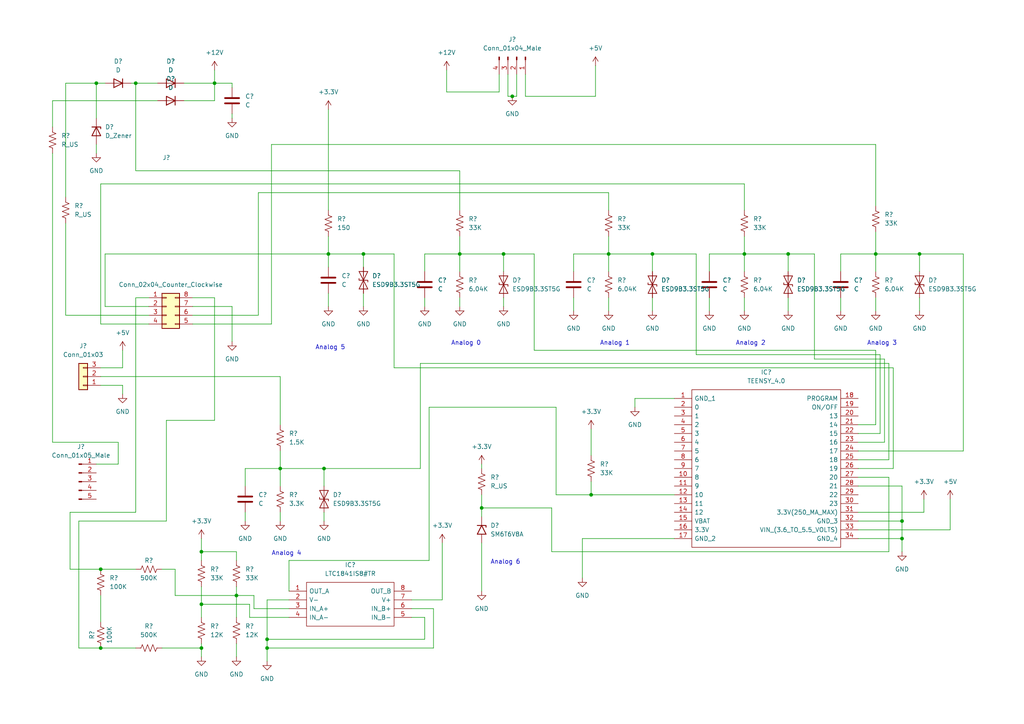
<source format=kicad_sch>
(kicad_sch (version 20211123) (generator eeschema)
  (paper "A4")
  (lib_symbols
    (symbol "Connector:Conn_01x04_Male" (pin_names (offset 1.016) hide)
      (property "Reference" "J" (at 0 5.08 0))
      (property "Value" "Conn_01x04_Male" (at 0 -7.62 0))
      (symbol "Conn_01x04_Male_1_1"
        (polyline (pts (xy 1.27 -5.08) (xy 0.8636 -5.08)) (stroke (width 0.1524)))
        (polyline (pts (xy 1.27 -2.54) (xy 0.8636 -2.54)) (stroke (width 0.1524)))
        (polyline (pts (xy 1.27 0) (xy 0.8636 0)) (stroke (width 0.1524)))
        (polyline (pts (xy 1.27 2.54) (xy 0.8636 2.54)) (stroke (width 0.1524)))
        (rectangle (start 0.8636 -4.953) (end 0 -5.207) (stroke (width 0.1524)) (fill (type outline)))
        (rectangle (start 0.8636 -2.413) (end 0 -2.667) (stroke (width 0.1524)) (fill (type outline)))
        (rectangle (start 0.8636 0.127) (end 0 -0.127) (stroke (width 0.1524)) (fill (type outline)))
        (rectangle (start 0.8636 2.667) (end 0 2.413) (stroke (width 0.1524)) (fill (type outline)))
        (pin passive line (at 5.08 2.54 180) (length 3.81) (name "Pin_1") (number "1"))
        (pin passive line (at 5.08 0 180) (length 3.81) (name "Pin_2") (number "2"))
        (pin passive line (at 5.08 -2.54 180) (length 3.81) (name "Pin_3") (number "3"))
        (pin passive line (at 5.08 -5.08 180) (length 3.81) (name "Pin_4") (number "4"))
      )
    )
    (symbol "Connector:Conn_01x05_Male" (pin_names (offset 1.016) hide)
      (property "Reference" "J" (at 0 7.62 0))
      (property "Value" "Conn_01x05_Male" (at 0 -7.62 0))
      (symbol "Conn_01x05_Male_1_1"
        (polyline (pts (xy 1.27 -5.08) (xy 0.8636 -5.08)) (stroke (width 0.1524)))
        (polyline (pts (xy 1.27 -2.54) (xy 0.8636 -2.54)) (stroke (width 0.1524)))
        (polyline (pts (xy 1.27 0) (xy 0.8636 0)) (stroke (width 0.1524)))
        (polyline (pts (xy 1.27 2.54) (xy 0.8636 2.54)) (stroke (width 0.1524)))
        (polyline (pts (xy 1.27 5.08) (xy 0.8636 5.08)) (stroke (width 0.1524)))
        (rectangle (start 0.8636 -4.953) (end 0 -5.207) (stroke (width 0.1524)) (fill (type outline)))
        (rectangle (start 0.8636 -2.413) (end 0 -2.667) (stroke (width 0.1524)) (fill (type outline)))
        (rectangle (start 0.8636 0.127) (end 0 -0.127) (stroke (width 0.1524)) (fill (type outline)))
        (rectangle (start 0.8636 2.667) (end 0 2.413) (stroke (width 0.1524)) (fill (type outline)))
        (rectangle (start 0.8636 5.207) (end 0 4.953) (stroke (width 0.1524)) (fill (type outline)))
        (pin passive line (at 5.08 5.08 180) (length 3.81) (name "Pin_1") (number "1"))
        (pin passive line (at 5.08 2.54 180) (length 3.81) (name "Pin_2") (number "2"))
        (pin passive line (at 5.08 0 180) (length 3.81) (name "Pin_3") (number "3"))
        (pin passive line (at 5.08 -2.54 180) (length 3.81) (name "Pin_4") (number "4"))
        (pin passive line (at 5.08 -5.08 180) (length 3.81) (name "Pin_5") (number "5"))
      )
    )
    (symbol "Connector_Generic:Conn_01x03" (pin_names (offset 1.016) hide)
      (property "Reference" "J" (at 0 5.08 0))
      (property "Value" "Conn_01x03" (at 0 -5.08 0))
      (symbol "Conn_01x03_1_1"
        (rectangle (start -1.27 -2.413) (end 0 -2.667) (stroke (width 0.1524)))
        (rectangle (start -1.27 0.127) (end 0 -0.127) (stroke (width 0.1524)))
        (rectangle (start -1.27 2.667) (end 0 2.413) (stroke (width 0.1524)))
        (rectangle (start -1.27 3.81) (end 1.27 -3.81) (stroke (width 0.254)) (fill (type background)))
        (pin passive line (at -5.08 2.54 0) (length 3.81) (name "Pin_1") (number "1"))
        (pin passive line (at -5.08 0 0) (length 3.81) (name "Pin_2") (number "2"))
        (pin passive line (at -5.08 -2.54 0) (length 3.81) (name "Pin_3") (number "3"))
      )
    )
    (symbol "Connector_Generic:Conn_02x04_Counter_Clockwise" (pin_names (offset 1.016) hide)
      (property "Reference" "J" (at 1.27 5.08 0))
      (property "Value" "Conn_02x04_Counter_Clockwise" (at 1.27 -7.62 0))
      (symbol "Conn_02x04_Counter_Clockwise_1_1"
        (rectangle (start -1.27 -4.953) (end 0 -5.207) (stroke (width 0.1524)))
        (rectangle (start -1.27 -2.413) (end 0 -2.667) (stroke (width 0.1524)))
        (rectangle (start -1.27 0.127) (end 0 -0.127) (stroke (width 0.1524)))
        (rectangle (start -1.27 2.667) (end 0 2.413) (stroke (width 0.1524)))
        (rectangle (start -1.27 3.81) (end 3.81 -6.35) (stroke (width 0.254)) (fill (type background)))
        (rectangle (start 3.81 -4.953) (end 2.54 -5.207) (stroke (width 0.1524)))
        (rectangle (start 3.81 -2.413) (end 2.54 -2.667) (stroke (width 0.1524)))
        (rectangle (start 3.81 0.127) (end 2.54 -0.127) (stroke (width 0.1524)))
        (rectangle (start 3.81 2.667) (end 2.54 2.413) (stroke (width 0.1524)))
        (pin passive line (at -5.08 2.54 0) (length 3.81) (name "Pin_1") (number "1"))
        (pin passive line (at -5.08 0 0) (length 3.81) (name "Pin_2") (number "2"))
        (pin passive line (at -5.08 -2.54 0) (length 3.81) (name "Pin_3") (number "3"))
        (pin passive line (at -5.08 -5.08 0) (length 3.81) (name "Pin_4") (number "4"))
        (pin passive line (at 7.62 -5.08 180) (length 3.81) (name "Pin_5") (number "5"))
        (pin passive line (at 7.62 -2.54 180) (length 3.81) (name "Pin_6") (number "6"))
        (pin passive line (at 7.62 0 180) (length 3.81) (name "Pin_7") (number "7"))
        (pin passive line (at 7.62 2.54 180) (length 3.81) (name "Pin_8") (number "8"))
      )
    )
    (symbol "Device:C" (pin_numbers hide) (pin_names (offset 0.254))
      (property "Reference" "C" (at 0.635 2.54 0))
      (property "Value" "C" (at 0.635 -2.54 0))
      (symbol "C_0_1"
        (polyline (pts (xy -2.032 -0.762) (xy 2.032 -0.762)) (stroke (width 0.508)))
        (polyline (pts (xy -2.032 0.762) (xy 2.032 0.762)) (stroke (width 0.508)))
      )
      (symbol "C_1_1"
        (pin passive line (at 0 3.81 270) (length 2.794) (name "~") (number "1"))
        (pin passive line (at 0 -3.81 90) (length 2.794) (name "~") (number "2"))
      )
    )
    (symbol "Device:D" (pin_numbers hide) (pin_names (offset 1.016) hide)
      (property "Reference" "D" (at 0 2.54 0))
      (property "Value" "D" (at 0 -2.54 0))
      (symbol "D_0_1"
        (polyline (pts (xy -1.27 1.27) (xy -1.27 -1.27)) (stroke (width 0.254)))
        (polyline (pts (xy 1.27 0) (xy -1.27 0)))
        (polyline (pts (xy 1.27 1.27) (xy 1.27 -1.27) (xy -1.27 0) (xy 1.27 1.27)) (stroke (width 0.254)))
      )
      (symbol "D_1_1"
        (pin passive line (at -3.81 0 0) (length 2.54) (name "K") (number "1"))
        (pin passive line (at 3.81 0 180) (length 2.54) (name "A") (number "2"))
      )
    )
    (symbol "Device:D_Zener" (pin_numbers hide) (pin_names (offset 1.016) hide)
      (property "Reference" "D" (at 0 2.54 0))
      (property "Value" "D_Zener" (at 0 -2.54 0))
      (symbol "D_Zener_0_1"
        (polyline (pts (xy 1.27 0) (xy -1.27 0)))
        (polyline (pts (xy -1.27 -1.27) (xy -1.27 1.27) (xy -0.762 1.27)) (stroke (width 0.254)))
        (polyline (pts (xy 1.27 -1.27) (xy 1.27 1.27) (xy -1.27 0) (xy 1.27 -1.27)) (stroke (width 0.254)))
      )
      (symbol "D_Zener_1_1"
        (pin passive line (at -3.81 0 0) (length 2.54) (name "K") (number "1"))
        (pin passive line (at 3.81 0 180) (length 2.54) (name "A") (number "2"))
      )
    )
    (symbol "Device:R_US" (pin_numbers hide) (pin_names (offset 0))
      (property "Reference" "R" (at 2.54 0 90))
      (property "Value" "R_US" (at -2.54 0 90))
      (symbol "R_US_0_1"
        (polyline (pts (xy 0 -2.286) (xy 0 -2.54)))
        (polyline (pts (xy 0 2.286) (xy 0 2.54)))
        (polyline (pts (xy 0 -0.762) (xy 1.016 -1.143) (xy 0 -1.524) (xy -1.016 -1.905) (xy 0 -2.286)))
        (polyline (pts (xy 0 0.762) (xy 1.016 0.381) (xy 0 0) (xy -1.016 -0.381) (xy 0 -0.762)))
        (polyline (pts (xy 0 2.286) (xy 1.016 1.905) (xy 0 1.524) (xy -1.016 1.143) (xy 0 0.762)))
      )
      (symbol "R_US_1_1"
        (pin passive line (at 0 3.81 270) (length 1.27) (name "~") (number "1"))
        (pin passive line (at 0 -3.81 90) (length 1.27) (name "~") (number "2"))
      )
    )
    (symbol "Diode:ESD9B3.3ST5G" (pin_numbers hide) (pin_names (offset 1.016) hide)
      (property "Reference" "D" (at 0 2.54 0))
      (property "Value" "ESD9B3.3ST5G" (at 0 -2.54 0))
      (symbol "ESD9B3.3ST5G_0_1"
        (polyline (pts (xy 1.27 0) (xy -1.27 0)))
        (polyline (pts (xy -2.54 -1.27) (xy 0 0) (xy -2.54 1.27) (xy -2.54 -1.27)) (stroke (width 0.2032)))
        (polyline (pts (xy 0.508 1.27) (xy 0 1.27) (xy 0 -1.27) (xy -0.508 -1.27)) (stroke (width 0.2032)))
        (polyline (pts (xy 2.54 1.27) (xy 2.54 -1.27) (xy 0 0) (xy 2.54 1.27)) (stroke (width 0.2032)))
      )
      (symbol "ESD9B3.3ST5G_1_1"
        (pin passive line (at -3.81 0 0) (length 2.54) (name "A1") (number "1"))
        (pin passive line (at 3.81 0 180) (length 2.54) (name "A2") (number "2"))
      )
    )
    (symbol "Diode:SM6T6V8A" (pin_numbers hide) (pin_names (offset 1.016) hide)
      (property "Reference" "D" (at 0 2.54 0))
      (property "Value" "SM6T6V8A" (at 0 -2.54 0))
      (symbol "SM6T6V8A_0_1"
        (polyline (pts (xy -0.762 1.27) (xy -1.27 1.27) (xy -1.27 -1.27)) (stroke (width 0.254)))
        (polyline (pts (xy 1.27 1.27) (xy 1.27 -1.27) (xy -1.27 0) (xy 1.27 1.27)) (stroke (width 0.254)))
      )
      (symbol "SM6T6V8A_1_1"
        (pin passive line (at -3.81 0 0) (length 2.54) (name "A1") (number "1"))
        (pin passive line (at 3.81 0 180) (length 2.54) (name "A2") (number "2"))
      )
    )
    (symbol "SamacSys_Parts:LTC1841IS8#TR" (pin_names (offset 0.762))
      (property "Reference" "IC" (at 31.75 7.62 0))
      (property "Value" "LTC1841IS8#TR" (at 31.75 5.08 0))
      (symbol "LTC1841IS8#TR_0_0"
        (pin passive line (at 0 0 0) (length 5.08) (name "OUT_A") (number "1"))
        (pin passive line (at 0 -2.54 0) (length 5.08) (name "V-") (number "2"))
        (pin passive line (at 0 -5.08 0) (length 5.08) (name "IN_A+") (number "3"))
        (pin passive line (at 0 -7.62 0) (length 5.08) (name "IN_A-") (number "4"))
        (pin passive line (at 35.56 -7.62 180) (length 5.08) (name "IN_B-") (number "5"))
        (pin passive line (at 35.56 -5.08 180) (length 5.08) (name "IN_B+") (number "6"))
        (pin passive line (at 35.56 -2.54 180) (length 5.08) (name "V+") (number "7"))
        (pin passive line (at 35.56 0 180) (length 5.08) (name "OUT_B") (number "8"))
      )
      (symbol "LTC1841IS8#TR_0_1"
        (polyline (pts (xy 5.08 2.54) (xy 30.48 2.54) (xy 30.48 -10.16) (xy 5.08 -10.16) (xy 5.08 2.54)) (stroke (width 0.1524)))
      )
    )
    (symbol "SamacSys_Parts:TEENSY_4.0" (pin_names (offset 0.762))
      (property "Reference" "IC" (at 49.53 7.62 0))
      (property "Value" "TEENSY_4.0" (at 49.53 5.08 0))
      (symbol "TEENSY_4.0_0_0"
        (pin passive line (at 0 0 0) (length 5.08) (name "GND_1") (number "1"))
        (pin passive line (at 0 -22.86 0) (length 5.08) (name "8") (number "10"))
        (pin passive line (at 0 -25.4 0) (length 5.08) (name "9") (number "11"))
        (pin passive line (at 0 -27.94 0) (length 5.08) (name "10") (number "12"))
        (pin passive line (at 0 -30.48 0) (length 5.08) (name "11") (number "13"))
        (pin passive line (at 0 -33.02 0) (length 5.08) (name "12") (number "14"))
        (pin passive line (at 0 -35.56 0) (length 5.08) (name "VBAT") (number "15"))
        (pin passive line (at 0 -38.1 0) (length 5.08) (name "3.3V") (number "16"))
        (pin passive line (at 0 -40.64 0) (length 5.08) (name "GND_2") (number "17"))
        (pin passive line (at 53.34 0 180) (length 5.08) (name "PROGRAM") (number "18"))
        (pin passive line (at 53.34 -2.54 180) (length 5.08) (name "ON/OFF") (number "19"))
        (pin passive line (at 0 -2.54 0) (length 5.08) (name "0") (number "2"))
        (pin passive line (at 53.34 -5.08 180) (length 5.08) (name "13") (number "20"))
        (pin passive line (at 53.34 -7.62 180) (length 5.08) (name "14") (number "21"))
        (pin passive line (at 53.34 -10.16 180) (length 5.08) (name "15") (number "22"))
        (pin passive line (at 53.34 -12.7 180) (length 5.08) (name "16") (number "23"))
        (pin passive line (at 53.34 -15.24 180) (length 5.08) (name "17") (number "24"))
        (pin passive line (at 53.34 -17.78 180) (length 5.08) (name "18") (number "25"))
        (pin passive line (at 53.34 -20.32 180) (length 5.08) (name "19") (number "26"))
        (pin passive line (at 53.34 -22.86 180) (length 5.08) (name "20") (number "27"))
        (pin passive line (at 53.34 -25.4 180) (length 5.08) (name "21") (number "28"))
        (pin passive line (at 53.34 -27.94 180) (length 5.08) (name "22") (number "29"))
        (pin passive line (at 0 -5.08 0) (length 5.08) (name "1") (number "3"))
        (pin passive line (at 53.34 -30.48 180) (length 5.08) (name "23") (number "30"))
        (pin passive line (at 53.34 -33.02 180) (length 5.08) (name "3.3V(250_MA_MAX)") (number "31"))
        (pin passive line (at 53.34 -35.56 180) (length 5.08) (name "GND_3") (number "32"))
        (pin passive line (at 53.34 -38.1 180) (length 5.08) (name "VIN_(3.6_TO_5.5_VOLTS)") (number "33"))
        (pin passive line (at 53.34 -40.64 180) (length 5.08) (name "GND_4") (number "34"))
        (pin passive line (at 0 -7.62 0) (length 5.08) (name "2") (number "4"))
        (pin passive line (at 0 -10.16 0) (length 5.08) (name "3") (number "5"))
        (pin passive line (at 0 -12.7 0) (length 5.08) (name "4") (number "6"))
        (pin passive line (at 0 -15.24 0) (length 5.08) (name "5") (number "7"))
        (pin passive line (at 0 -17.78 0) (length 5.08) (name "6") (number "8"))
        (pin passive line (at 0 -20.32 0) (length 5.08) (name "7") (number "9"))
      )
      (symbol "TEENSY_4.0_0_1"
        (polyline (pts (xy 5.08 2.54) (xy 48.26 2.54) (xy 48.26 -43.18) (xy 5.08 -43.18) (xy 5.08 2.54)) (stroke (width 0.1524)))
      )
    )
    (symbol "power:+12V" (power) (pin_names (offset 0))
      (property "Value" "+12V" (at 0 3.556 0))
      (symbol "+12V_0_1"
        (polyline (pts (xy -0.762 1.27) (xy 0 2.54)))
        (polyline (pts (xy 0 0) (xy 0 2.54)))
        (polyline (pts (xy 0 2.54) (xy 0.762 1.27)))
      )
      (symbol "+12V_1_1"
        (pin power_in line (at 0 0 90) (length 0) hide (name "+12V") (number "1"))
      )
    )
    (symbol "power:+3.3V" (power) (pin_names (offset 0))
      (property "Value" "+3.3V" (at 0 3.556 0))
      (symbol "+3.3V_0_1"
        (polyline (pts (xy -0.762 1.27) (xy 0 2.54)))
        (polyline (pts (xy 0 0) (xy 0 2.54)))
        (polyline (pts (xy 0 2.54) (xy 0.762 1.27)))
      )
      (symbol "+3.3V_1_1"
        (pin power_in line (at 0 0 90) (length 0) hide (name "+3.3V") (number "1"))
      )
    )
    (symbol "power:+5V" (power) (pin_names (offset 0))
      (property "Value" "+5V" (at 0 3.556 0))
      (symbol "+5V_0_1"
        (polyline (pts (xy -0.762 1.27) (xy 0 2.54)))
        (polyline (pts (xy 0 0) (xy 0 2.54)))
        (polyline (pts (xy 0 2.54) (xy 0.762 1.27)))
      )
      (symbol "+5V_1_1"
        (pin power_in line (at 0 0 90) (length 0) hide (name "+5V") (number "1"))
      )
    )
    (symbol "power:GND" (power) (pin_names (offset 0))
      (property "Value" "GND" (at 0 -3.81 0))
      (symbol "GND_0_1"
        (polyline (pts (xy 0 0) (xy 0 -1.27) (xy 1.27 -1.27) (xy 0 -2.54) (xy -1.27 -1.27) (xy 0 -1.27)))
      )
      (symbol "GND_1_1"
        (pin power_in line (at 0 0 270) (length 0) hide (name "GND") (number "1"))
      )
    )
  )
  (junction (at 171.45 143.51))
  (junction (at 228.6 73.66))
  (junction (at 29.21 165.1))
  (junction (at 148.59 27.94))
  (junction (at 58.42 160.02))
  (junction (at 105.41 73.66))
  (junction (at 261.62 151.13))
  (junction (at 146.05 73.66))
  (junction (at 176.53 73.66))
  (junction (at 39.37 24.13))
  (junction (at 27.94 24.13))
  (junction (at 62.23 24.13))
  (junction (at 133.35 73.66))
  (junction (at 58.42 175.26))
  (junction (at 77.47 185.42))
  (junction (at 254 73.66))
  (junction (at 81.28 135.89))
  (junction (at 266.7 73.66))
  (junction (at 58.42 187.96))
  (junction (at 215.9 73.66))
  (junction (at 139.7 147.32))
  (junction (at 189.23 73.66))
  (junction (at 29.21 187.96))
  (junction (at 68.58 172.72))
  (junction (at 95.25 73.66))
  (junction (at 261.62 156.21))
  (junction (at 93.98 135.89))
  (junction (at 77.47 187.96))
  (wire (pts (xy 129.54 26.67) (xy 129.54 20.32)))
  (wire (pts (xy 124.46 162.56) (xy 124.46 118.11)))
  (wire (pts (xy 146.05 73.66) (xy 133.35 73.66)))
  (wire (pts (xy 95.25 85.09) (xy 95.25 88.9)))
  (wire (pts (xy 62.23 86.36) (xy 55.88 86.36)))
  (wire (pts (xy 243.84 78.74) (xy 243.84 73.66)))
  (wire (pts (xy 68.58 172.72) (xy 68.58 179.07)))
  (wire (pts (xy 43.18 91.44) (xy 19.05 91.44)))
  (wire (pts (xy 43.18 93.98) (xy 29.21 93.98)))
  (wire (pts (xy 248.92 156.21) (xy 261.62 156.21)))
  (wire (pts (xy 168.91 156.21) (xy 168.91 167.64)))
  (wire (pts (xy 121.92 105.41) (xy 257.81 105.41)))
  (wire (pts (xy 95.25 31.75) (xy 95.25 60.96)))
  (wire (pts (xy 266.7 73.66) (xy 279.4 73.66)))
  (wire (pts (xy 215.9 73.66) (xy 215.9 78.74)))
  (wire (pts (xy 189.23 78.74) (xy 189.23 73.66)))
  (wire (pts (xy 29.21 187.96) (xy 22.86 187.96)))
  (wire (pts (xy 257.81 160.02) (xy 160.02 160.02)))
  (wire (pts (xy 29.21 106.68) (xy 35.56 106.68)))
  (wire (pts (xy 257.81 138.43) (xy 257.81 160.02)))
  (wire (pts (xy 77.47 173.99) (xy 77.47 185.42)))
  (wire (pts (xy 144.78 21.59) (xy 144.78 26.67)))
  (wire (pts (xy 254 101.6) (xy 254 123.19)))
  (wire (pts (xy 93.98 135.89) (xy 81.28 135.89)))
  (wire (pts (xy 46.99 165.1) (xy 50.8 165.1)))
  (wire (pts (xy 133.35 68.58) (xy 133.35 73.66)))
  (wire (pts (xy 39.37 86.36) (xy 39.37 148.59)))
  (wire (pts (xy 93.98 140.97) (xy 93.98 135.89)))
  (wire (pts (xy 261.62 140.97) (xy 261.62 151.13)))
  (wire (pts (xy 128.27 173.99) (xy 128.27 157.48)))
  (wire (pts (xy 43.18 86.36) (xy 39.37 86.36)))
  (wire (pts (xy 35.56 111.76) (xy 35.56 114.3)))
  (wire (pts (xy 166.37 86.36) (xy 166.37 90.17)))
  (wire (pts (xy 30.48 88.9) (xy 30.48 73.66)))
  (wire (pts (xy 29.21 93.98) (xy 29.21 53.34)))
  (wire (pts (xy 39.37 24.13) (xy 45.72 24.13)))
  (wire (pts (xy 266.7 86.36) (xy 266.7 90.17)))
  (wire (pts (xy 38.1 24.13) (xy 39.37 24.13)))
  (wire (pts (xy 121.92 135.89) (xy 121.92 105.41)))
  (wire (pts (xy 30.48 73.66) (xy 95.25 73.66)))
  (wire (pts (xy 15.24 36.83) (xy 15.24 29.21)))
  (wire (pts (xy 133.35 73.66) (xy 133.35 78.74)))
  (wire (pts (xy 53.34 24.13) (xy 62.23 24.13)))
  (wire (pts (xy 236.22 73.66) (xy 236.22 104.14)))
  (wire (pts (xy 67.31 88.9) (xy 55.88 88.9)))
  (wire (pts (xy 201.93 73.66) (xy 201.93 102.87)))
  (wire (pts (xy 243.84 73.66) (xy 254 73.66)))
  (wire (pts (xy 19.05 24.13) (xy 19.05 57.15)))
  (wire (pts (xy 58.42 186.69) (xy 58.42 187.96)))
  (wire (pts (xy 257.81 105.41) (xy 257.81 133.35)))
  (wire (pts (xy 139.7 134.62) (xy 139.7 135.89)))
  (wire (pts (xy 147.32 21.59) (xy 147.32 27.94)))
  (wire (pts (xy 77.47 187.96) (xy 125.73 187.96)))
  (wire (pts (xy 161.29 143.51) (xy 171.45 143.51)))
  (wire (pts (xy 68.58 186.69) (xy 68.58 190.5)))
  (wire (pts (xy 67.31 34.29) (xy 67.31 33.02)))
  (wire (pts (xy 19.05 64.77) (xy 19.05 91.44)))
  (wire (pts (xy 160.02 147.32) (xy 139.7 147.32)))
  (wire (pts (xy 62.23 24.13) (xy 62.23 20.32)))
  (wire (pts (xy 133.35 60.96) (xy 133.35 49.53)))
  (wire (pts (xy 29.21 109.22) (xy 81.28 109.22)))
  (wire (pts (xy 171.45 139.7) (xy 171.45 143.51)))
  (wire (pts (xy 176.53 55.88) (xy 176.53 60.96)))
  (wire (pts (xy 176.53 68.58) (xy 176.53 73.66)))
  (wire (pts (xy 266.7 73.66) (xy 254 73.66)))
  (wire (pts (xy 29.21 172.72) (xy 29.21 180.34)))
  (wire (pts (xy 68.58 170.18) (xy 68.58 172.72)))
  (wire (pts (xy 123.19 179.07) (xy 123.19 185.42)))
  (wire (pts (xy 171.45 143.51) (xy 195.58 143.51)))
  (wire (pts (xy 228.6 73.66) (xy 236.22 73.66)))
  (wire (pts (xy 254 123.19) (xy 248.92 123.19)))
  (wire (pts (xy 261.62 156.21) (xy 261.62 160.02)))
  (wire (pts (xy 259.08 135.89) (xy 248.92 135.89)))
  (wire (pts (xy 146.05 73.66) (xy 154.94 73.66)))
  (wire (pts (xy 228.6 78.74) (xy 228.6 73.66)))
  (wire (pts (xy 119.38 176.53) (xy 125.73 176.53)))
  (wire (pts (xy 95.25 73.66) (xy 95.25 68.58)))
  (wire (pts (xy 34.29 134.62) (xy 34.29 128.27)))
  (wire (pts (xy 58.42 170.18) (xy 58.42 175.26)))
  (wire (pts (xy 48.26 121.92) (xy 48.26 151.13)))
  (wire (pts (xy 154.94 73.66) (xy 154.94 101.6)))
  (wire (pts (xy 22.86 151.13) (xy 22.86 187.96)))
  (wire (pts (xy 77.47 185.42) (xy 77.47 187.96)))
  (wire (pts (xy 248.92 140.97) (xy 261.62 140.97)))
  (wire (pts (xy 189.23 86.36) (xy 189.23 90.17)))
  (wire (pts (xy 184.15 115.57) (xy 184.15 118.11)))
  (wire (pts (xy 228.6 86.36) (xy 228.6 90.17)))
  (wire (pts (xy 67.31 24.13) (xy 62.23 24.13)))
  (wire (pts (xy 68.58 162.56) (xy 68.58 160.02)))
  (wire (pts (xy 176.53 73.66) (xy 176.53 78.74)))
  (wire (pts (xy 254 73.66) (xy 254 78.74)))
  (wire (pts (xy 256.54 128.27) (xy 248.92 128.27)))
  (wire (pts (xy 266.7 78.74) (xy 266.7 73.66)))
  (wire (pts (xy 195.58 115.57) (xy 184.15 115.57)))
  (wire (pts (xy 114.3 73.66) (xy 114.3 106.68)))
  (wire (pts (xy 29.21 111.76) (xy 35.56 111.76)))
  (wire (pts (xy 105.41 73.66) (xy 114.3 73.66)))
  (wire (pts (xy 15.24 128.27) (xy 34.29 128.27)))
  (wire (pts (xy 81.28 135.89) (xy 81.28 140.97)))
  (wire (pts (xy 73.66 172.72) (xy 68.58 172.72)))
  (wire (pts (xy 189.23 73.66) (xy 201.93 73.66)))
  (wire (pts (xy 256.54 104.14) (xy 256.54 128.27)))
  (wire (pts (xy 83.82 179.07) (xy 72.39 179.07)))
  (wire (pts (xy 171.45 124.46) (xy 171.45 132.08)))
  (wire (pts (xy 50.8 172.72) (xy 68.58 172.72)))
  (wire (pts (xy 147.32 27.94) (xy 148.59 27.94)))
  (wire (pts (xy 166.37 73.66) (xy 176.53 73.66)))
  (wire (pts (xy 27.94 24.13) (xy 30.48 24.13)))
  (wire (pts (xy 125.73 176.53) (xy 125.73 187.96)))
  (wire (pts (xy 248.92 138.43) (xy 257.81 138.43)))
  (wire (pts (xy 133.35 49.53) (xy 39.37 49.53)))
  (wire (pts (xy 236.22 104.14) (xy 256.54 104.14)))
  (wire (pts (xy 119.38 179.07) (xy 123.19 179.07)))
  (wire (pts (xy 248.92 153.67) (xy 275.59 153.67)))
  (wire (pts (xy 123.19 86.36) (xy 123.19 88.9)))
  (wire (pts (xy 67.31 99.06) (xy 67.31 88.9)))
  (wire (pts (xy 279.4 130.81) (xy 248.92 130.81)))
  (wire (pts (xy 139.7 143.51) (xy 139.7 147.32)))
  (wire (pts (xy 255.27 102.87) (xy 255.27 125.73)))
  (wire (pts (xy 27.94 134.62) (xy 34.29 134.62)))
  (wire (pts (xy 71.12 140.97) (xy 71.12 135.89)))
  (wire (pts (xy 152.4 27.94) (xy 172.72 27.94)))
  (wire (pts (xy 146.05 78.74) (xy 146.05 73.66)))
  (wire (pts (xy 74.93 91.44) (xy 74.93 55.88)))
  (wire (pts (xy 48.26 151.13) (xy 22.86 151.13)))
  (wire (pts (xy 29.21 165.1) (xy 39.37 165.1)))
  (wire (pts (xy 83.82 173.99) (xy 77.47 173.99)))
  (wire (pts (xy 15.24 29.21) (xy 45.72 29.21)))
  (wire (pts (xy 275.59 153.67) (xy 275.59 144.78)))
  (wire (pts (xy 243.84 86.36) (xy 243.84 90.17)))
  (wire (pts (xy 254 86.36) (xy 254 90.17)))
  (wire (pts (xy 105.41 77.47) (xy 105.41 73.66)))
  (wire (pts (xy 35.56 106.68) (xy 35.56 101.6)))
  (wire (pts (xy 15.24 128.27) (xy 15.24 44.45)))
  (wire (pts (xy 39.37 148.59) (xy 20.32 148.59)))
  (wire (pts (xy 67.31 25.4) (xy 67.31 24.13)))
  (wire (pts (xy 160.02 160.02) (xy 160.02 147.32)))
  (wire (pts (xy 201.93 102.87) (xy 255.27 102.87)))
  (wire (pts (xy 139.7 157.48) (xy 139.7 171.45)))
  (wire (pts (xy 119.38 173.99) (xy 128.27 173.99)))
  (wire (pts (xy 46.99 187.96) (xy 58.42 187.96)))
  (wire (pts (xy 77.47 187.96) (xy 77.47 191.77)))
  (wire (pts (xy 62.23 121.92) (xy 62.23 86.36)))
  (wire (pts (xy 215.9 86.36) (xy 215.9 90.17)))
  (wire (pts (xy 74.93 55.88) (xy 176.53 55.88)))
  (wire (pts (xy 255.27 125.73) (xy 248.92 125.73)))
  (wire (pts (xy 146.05 86.36) (xy 146.05 88.9)))
  (wire (pts (xy 259.08 106.68) (xy 259.08 135.89)))
  (wire (pts (xy 43.18 88.9) (xy 30.48 88.9)))
  (wire (pts (xy 62.23 29.21) (xy 62.23 24.13)))
  (wire (pts (xy 248.92 148.59) (xy 267.97 148.59)))
  (wire (pts (xy 215.9 68.58) (xy 215.9 73.66)))
  (wire (pts (xy 205.74 78.74) (xy 205.74 73.66)))
  (wire (pts (xy 254 41.91) (xy 254 59.69)))
  (wire (pts (xy 83.82 171.45) (xy 83.82 162.56)))
  (wire (pts (xy 29.21 165.1) (xy 20.32 165.1)))
  (wire (pts (xy 124.46 118.11) (xy 161.29 118.11)))
  (wire (pts (xy 77.47 185.42) (xy 123.19 185.42)))
  (wire (pts (xy 20.32 148.59) (xy 20.32 165.1)))
  (wire (pts (xy 248.92 151.13) (xy 261.62 151.13)))
  (wire (pts (xy 83.82 162.56) (xy 124.46 162.56)))
  (wire (pts (xy 72.39 179.07) (xy 72.39 175.26)))
  (wire (pts (xy 114.3 106.68) (xy 259.08 106.68)))
  (wire (pts (xy 205.74 86.36) (xy 205.74 90.17)))
  (wire (pts (xy 27.94 41.91) (xy 27.94 44.45)))
  (wire (pts (xy 154.94 101.6) (xy 254 101.6)))
  (wire (pts (xy 71.12 135.89) (xy 81.28 135.89)))
  (wire (pts (xy 149.86 21.59) (xy 149.86 27.94)))
  (wire (pts (xy 215.9 53.34) (xy 215.9 60.96)))
  (wire (pts (xy 189.23 73.66) (xy 176.53 73.66)))
  (wire (pts (xy 254 67.31) (xy 254 73.66)))
  (wire (pts (xy 58.42 156.21) (xy 58.42 160.02)))
  (wire (pts (xy 161.29 118.11) (xy 161.29 143.51)))
  (wire (pts (xy 27.94 24.13) (xy 27.94 34.29)))
  (wire (pts (xy 81.28 109.22) (xy 81.28 123.19)))
  (wire (pts (xy 78.74 41.91) (xy 254 41.91)))
  (wire (pts (xy 144.78 26.67) (xy 129.54 26.67)))
  (wire (pts (xy 53.34 29.21) (xy 62.23 29.21)))
  (wire (pts (xy 257.81 133.35) (xy 248.92 133.35)))
  (wire (pts (xy 39.37 49.53) (xy 39.37 24.13)))
  (wire (pts (xy 105.41 85.09) (xy 105.41 88.9)))
  (wire (pts (xy 195.58 156.21) (xy 168.91 156.21)))
  (wire (pts (xy 123.19 73.66) (xy 133.35 73.66)))
  (wire (pts (xy 93.98 135.89) (xy 121.92 135.89)))
  (wire (pts (xy 228.6 73.66) (xy 215.9 73.66)))
  (wire (pts (xy 29.21 53.34) (xy 215.9 53.34)))
  (wire (pts (xy 78.74 93.98) (xy 78.74 41.91)))
  (wire (pts (xy 172.72 27.94) (xy 172.72 19.05)))
  (wire (pts (xy 152.4 21.59) (xy 152.4 27.94)))
  (wire (pts (xy 81.28 130.81) (xy 81.28 135.89)))
  (wire (pts (xy 149.86 27.94) (xy 148.59 27.94)))
  (wire (pts (xy 176.53 86.36) (xy 176.53 90.17)))
  (wire (pts (xy 105.41 73.66) (xy 95.25 73.66)))
  (wire (pts (xy 81.28 148.59) (xy 81.28 151.13)))
  (wire (pts (xy 72.39 175.26) (xy 58.42 175.26)))
  (wire (pts (xy 55.88 93.98) (xy 78.74 93.98)))
  (wire (pts (xy 71.12 148.59) (xy 71.12 151.13)))
  (wire (pts (xy 83.82 176.53) (xy 73.66 176.53)))
  (wire (pts (xy 58.42 187.96) (xy 58.42 190.5)))
  (wire (pts (xy 279.4 73.66) (xy 279.4 130.81)))
  (wire (pts (xy 48.26 121.92) (xy 62.23 121.92)))
  (wire (pts (xy 55.88 91.44) (xy 74.93 91.44)))
  (wire (pts (xy 139.7 147.32) (xy 139.7 149.86)))
  (wire (pts (xy 166.37 78.74) (xy 166.37 73.66)))
  (wire (pts (xy 95.25 77.47) (xy 95.25 73.66)))
  (wire (pts (xy 73.66 176.53) (xy 73.66 172.72)))
  (wire (pts (xy 205.74 73.66) (xy 215.9 73.66)))
  (wire (pts (xy 58.42 160.02) (xy 58.42 162.56)))
  (wire (pts (xy 29.21 187.96) (xy 39.37 187.96)))
  (wire (pts (xy 267.97 148.59) (xy 267.97 144.78)))
  (wire (pts (xy 58.42 175.26) (xy 58.42 179.07)))
  (wire (pts (xy 19.05 24.13) (xy 27.94 24.13)))
  (wire (pts (xy 93.98 148.59) (xy 93.98 151.13)))
  (wire (pts (xy 123.19 78.74) (xy 123.19 73.66)))
  (wire (pts (xy 261.62 151.13) (xy 261.62 156.21)))
  (wire (pts (xy 133.35 86.36) (xy 133.35 88.9)))
  (wire (pts (xy 50.8 165.1) (xy 50.8 172.72)))
  (wire (pts (xy 68.58 160.02) (xy 58.42 160.02)))
  (text "Analog 0" (at 130.81 100.33 0) (effects (font (size 1.27 1.27)) (justify left bottom)))
  (text "Analog 1" (at 173.99 100.33 0) (effects (font (size 1.27 1.27)) (justify left bottom)))
  (text "Analog 4" (at 78.74 161.29 0) (effects (font (size 1.27 1.27)) (justify left bottom)))
  (text "Analog 3" (at 251.46 100.33 0) (effects (font (size 1.27 1.27)) (justify left bottom)))
  (text "Analog 5" (at 91.44 101.6 0) (effects (font (size 1.27 1.27)) (justify left bottom)))
  (text "Analog 6" (at 142.24 163.83 0) (effects (font (size 1.27 1.27)) (justify left bottom)))
  (text "Analog 2" (at 213.36 100.33 0) (effects (font (size 1.27 1.27)) (justify left bottom)))
  (symbol (lib_id "Device:D") (at 34.29 24.13 180) (unit 1)
    (property "Reference" "D?" (at 34.29 17.78 0))
    (property "Value" "D" (at 34.29 20.32 0))
  )
  (symbol (lib_id "Device:R_US") (at 254 63.5 0) (unit 1)
    (property "Reference" "R?" (at 256.54 62.2299 0) (effects (justify left)))
    (property "Value" "33K" (at 256.54 64.7699 0) (effects (justify left)))
    (property "Footprint" "Resistor_SMD:R_0603_1608Metric_Pad0.98x0.95mm_HandSolder" (effects hide))
  )
  (symbol (lib_id "power:GND") (at 93.98 151.13 0) (unit 1)
    (property "Reference" "#PWR?" (effects hide))
    (property "Value" "GND" (at 93.98 156.21 0))
  )
  (symbol (lib_id "Device:R_US") (at 43.18 187.96 270) (unit 1)
    (property "Reference" "R?" (at 43.18 181.61 90))
    (property "Value" "500K" (at 43.18 184.15 90))
    (property "Footprint" "Resistor_SMD:R_0603_1608Metric_Pad0.98x0.95mm_HandSolder" (effects hide))
  )
  (symbol (lib_id "Device:C") (at 123.19 82.55 0) (unit 1)
    (property "Reference" "C?" (at 127 81.2799 0) (effects (justify left)))
    (property "Value" "C" (at 127 83.8199 0) (effects (justify left)))
  )
  (symbol (lib_id "Connector:Conn_01x04_Male") (at 149.86 16.51 270) (unit 1)
    (property "Reference" "J?" (at 148.59 11.43 90))
    (property "Value" "Conn_01x04_Male" (at 148.59 13.97 90))
    (property "Footprint" "Connector_PinHeader_2.54mm:PinHeader_1x04_P2.54mm_Vertical" (effects hide))
  )
  (symbol (lib_id "power:+12V") (at 129.54 20.32 0) (unit 1)
    (property "Reference" "#PWR?" (effects hide))
    (property "Value" "+12V" (at 129.54 15.24 0))
  )
  (symbol (lib_id "Diode:SM6T6V8A") (at 139.7 153.67 270) (unit 1)
    (property "Reference" "D?" (at 142.24 152.3999 90) (effects (justify left)))
    (property "Value" "SM6T6V8A" (at 142.24 154.9399 90) (effects (justify left)))
    (property "Footprint" "Diode_SMD:D_SMB" (effects hide))
    (property "Datasheet" "https://www.st.com/resource/en/datasheet/sm6t.pdf" (effects hide))
  )
  (symbol (lib_id "power:+3.3V") (at 139.7 134.62 0) (unit 1)
    (property "Reference" "#PWR?" (effects hide))
    (property "Value" "+3.3V" (at 139.7 129.54 0))
  )
  (symbol (lib_id "power:+3.3V") (at 171.45 124.46 0) (unit 1)
    (property "Reference" "#PWR?" (effects hide))
    (property "Value" "+3.3V" (at 171.45 119.38 0))
  )
  (symbol (lib_id "power:GND") (at 105.41 88.9 0) (unit 1)
    (property "Reference" "#PWR?" (effects hide))
    (property "Value" "GND" (at 105.41 93.98 0))
  )
  (symbol (lib_id "power:GND") (at 95.25 88.9 0) (unit 1)
    (property "Reference" "#PWR?" (effects hide))
    (property "Value" "GND" (at 95.25 93.98 0))
  )
  (symbol (lib_id "power:GND") (at 133.35 88.9 0) (unit 1)
    (property "Reference" "#PWR?" (effects hide))
    (property "Value" "GND" (at 133.35 93.98 0))
  )
  (symbol (lib_id "power:GND") (at 243.84 90.17 0) (unit 1)
    (property "Reference" "#PWR?" (effects hide))
    (property "Value" "GND" (at 243.84 95.25 0))
  )
  (symbol (lib_id "power:GND") (at 205.74 90.17 0) (unit 1)
    (property "Reference" "#PWR?" (effects hide))
    (property "Value" "GND" (at 205.74 95.25 0))
  )
  (symbol (lib_id "power:+3.3V") (at 267.97 144.78 0) (unit 1)
    (property "Reference" "#PWR?" (effects hide))
    (property "Value" "+3.3V" (at 267.97 139.7 0))
  )
  (symbol (lib_id "Device:R_US") (at 176.53 82.55 0) (unit 1)
    (property "Reference" "R?" (at 179.07 81.2799 0) (effects (justify left)))
    (property "Value" "6.04K" (at 179.07 83.8199 0) (effects (justify left)))
    (property "Footprint" "Resistor_SMD:R_0603_1608Metric_Pad0.98x0.95mm_HandSolder" (effects hide))
  )
  (symbol (lib_id "power:GND") (at 228.6 90.17 0) (unit 1)
    (property "Reference" "#PWR?" (effects hide))
    (property "Value" "GND" (at 228.6 95.25 0))
  )
  (symbol (lib_id "Device:C") (at 67.31 29.21 0) (unit 1)
    (property "Reference" "C?" (at 71.12 27.9399 0) (effects (justify left)))
    (property "Value" "C" (at 71.12 30.4799 0) (effects (justify left)))
  )
  (symbol (lib_id "power:GND") (at 254 90.17 0) (unit 1)
    (property "Reference" "#PWR?" (effects hide))
    (property "Value" "GND" (at 254 95.25 0))
  )
  (symbol (lib_id "Device:R_US") (at 19.05 60.96 0) (unit 1)
    (property "Reference" "R?" (at 21.59 59.6899 0) (effects (justify left)))
    (property "Value" "R_US" (at 21.59 62.2299 0) (effects (justify left)))
  )
  (symbol (lib_id "power:GND") (at 68.58 190.5 0) (unit 1)
    (property "Reference" "#PWR?" (effects hide))
    (property "Value" "GND" (at 68.58 195.58 0))
  )
  (symbol (lib_id "power:GND") (at 266.7 90.17 0) (unit 1)
    (property "Reference" "#PWR?" (effects hide))
    (property "Value" "GND" (at 266.7 95.25 0))
  )
  (symbol (lib_id "Diode:ESD9B3.3ST5G") (at 93.98 144.78 90) (unit 1)
    (property "Reference" "D?" (at 96.52 143.5099 90) (effects (justify right)))
    (property "Value" "ESD9B3.3ST5G" (at 96.52 146.0499 90) (effects (justify right)))
    (property "Footprint" "Diode_SMD:D_SOD-923" (effects hide))
    (property "Datasheet" "https://www.onsemi.com/pub/Collateral/ESD9B-D.PDF" (effects hide))
  )
  (symbol (lib_id "power:GND") (at 148.59 27.94 0) (unit 1)
    (property "Reference" "#PWR?" (effects hide))
    (property "Value" "GND" (at 148.59 33.02 0))
  )
  (symbol (lib_id "power:GND") (at 123.19 88.9 0) (unit 1)
    (property "Reference" "#PWR?" (effects hide))
    (property "Value" "GND" (at 123.19 93.98 0))
  )
  (symbol (lib_id "power:GND") (at 166.37 90.17 0) (unit 1)
    (property "Reference" "#PWR?" (effects hide))
    (property "Value" "GND" (at 166.37 95.25 0))
  )
  (symbol (lib_id "Device:R_US") (at 43.18 165.1 270) (unit 1)
    (property "Reference" "R?" (at 43.18 162.56 90))
    (property "Value" "500K" (at 43.18 167.64 90))
    (property "Footprint" "Resistor_SMD:R_0603_1608Metric_Pad0.98x0.95mm_HandSolder" (effects hide))
  )
  (symbol (lib_id "power:GND") (at 71.12 151.13 0) (unit 1)
    (property "Reference" "#PWR?" (effects hide))
    (property "Value" "GND" (at 71.12 156.21 0))
  )
  (symbol (lib_id "power:GND") (at 27.94 44.45 0) (unit 1)
    (property "Reference" "#PWR?" (effects hide))
    (property "Value" "GND" (at 27.94 49.53 0))
  )
  (symbol (lib_id "SamacSys_Parts:LTC1841IS8#TR") (at 83.82 171.45 0) (unit 1)
    (property "Reference" "IC?" (at 101.6 163.83 0))
    (property "Value" "LTC1841IS8#TR" (at 101.6 166.37 0))
    (property "Footprint" "SOIC127P599X175-8N" (effects hide))
    (property "Datasheet" "http://www.linear.com/docs/3376" (effects hide))
    (property "Description" "IC COMPARATOR DUAL ULT LP 8SOIC" (effects hide))
    (property "Height" "1.752" (effects hide))
    (property "Manufacturer_Name" "Analog Devices" (effects hide))
    (property "Manufacturer_Part_Number" "LTC1841IS8#TR" (effects hide))
  )
  (symbol (lib_id "Device:R_US") (at 254 82.55 0) (unit 1)
    (property "Reference" "R?" (at 256.54 81.2799 0) (effects (justify left)))
    (property "Value" "6.04K" (at 256.54 83.8199 0) (effects (justify left)))
    (property "Footprint" "Resistor_SMD:R_0603_1608Metric_Pad0.98x0.95mm_HandSolder" (effects hide))
  )
  (symbol (lib_id "SamacSys_Parts:TEENSY_4.0") (at 195.58 115.57 0) (unit 1)
    (property "Reference" "IC?" (at 222.25 107.95 0))
    (property "Value" "TEENSY_4.0" (at 222.25 110.49 0))
    (property "Footprint" "TEENSY40" (effects hide))
    (property "Datasheet" "https://www.pjrc.com/store/teensy40.html" (effects hide))
    (property "Description" "Teensy USB Board, Version 4.0" (effects hide))
    (property "Height" "4.64" (effects hide))
    (property "Manufacturer_Name" "Teensy" (effects hide))
    (property "Manufacturer_Part_Number" "TEENSY 4.0" (effects hide))
  )
  (symbol (lib_id "power:GND") (at 189.23 90.17 0) (unit 1)
    (property "Reference" "#PWR?" (effects hide))
    (property "Value" "GND" (at 189.23 95.25 0))
  )
  (symbol (lib_id "Device:R_US") (at 176.53 64.77 0) (unit 1)
    (property "Reference" "R?" (at 179.07 63.4999 0) (effects (justify left)))
    (property "Value" "33K" (at 179.07 66.0399 0) (effects (justify left)))
    (property "Footprint" "Resistor_SMD:R_0603_1608Metric_Pad0.98x0.95mm_HandSolder" (effects hide))
  )
  (symbol (lib_id "Device:R_US") (at 139.7 139.7 0) (unit 1)
    (property "Reference" "R?" (at 142.24 138.4299 0) (effects (justify left)))
    (property "Value" "R_US" (at 142.24 140.9699 0) (effects (justify left)))
  )
  (symbol (lib_id "power:GND") (at 184.15 118.11 0) (unit 1)
    (property "Reference" "#PWR?" (effects hide))
    (property "Value" "GND" (at 184.15 123.19 0))
  )
  (symbol (lib_id "Device:R_US") (at 29.21 184.15 0) (unit 1)
    (property "Reference" "R?" (at 26.67 184.15 90))
    (property "Value" "100K" (at 31.75 184.15 90))
    (property "Footprint" "Resistor_SMD:R_0603_1608Metric_Pad0.98x0.95mm_HandSolder" (effects hide))
  )
  (symbol (lib_id "Device:R_US") (at 68.58 166.37 0) (unit 1)
    (property "Reference" "R?" (at 71.12 165.0999 0) (effects (justify left)))
    (property "Value" "33K" (at 71.12 167.6399 0) (effects (justify left)))
    (property "Footprint" "Resistor_SMD:R_0603_1608Metric_Pad0.98x0.95mm_HandSolder" (effects hide))
  )
  (symbol (lib_id "Device:C") (at 71.12 144.78 0) (unit 1)
    (property "Reference" "C?" (at 74.93 143.5099 0) (effects (justify left)))
    (property "Value" "C" (at 74.93 146.0499 0) (effects (justify left)))
  )
  (symbol (lib_id "power:GND") (at 176.53 90.17 0) (unit 1)
    (property "Reference" "#PWR?" (effects hide))
    (property "Value" "GND" (at 176.53 95.25 0))
  )
  (symbol (lib_id "Device:R_US") (at 95.25 64.77 0) (unit 1)
    (property "Reference" "R?" (at 97.79 63.4999 0) (effects (justify left)))
    (property "Value" "150" (at 97.79 66.0399 0) (effects (justify left)))
    (property "Footprint" "Resistor_SMD:R_0603_1608Metric_Pad0.98x0.95mm_HandSolder" (effects hide))
  )
  (symbol (lib_id "power:GND") (at 67.31 99.06 0) (unit 1)
    (property "Reference" "#PWR?" (effects hide))
    (property "Value" "GND" (at 67.31 104.14 0))
  )
  (symbol (lib_id "Connector_Generic:Conn_02x04_Counter_Clockwise") (at 48.26 88.9 0) (unit 1)
    (property "Reference" "J?" (at 48.26 45.72 0))
    (property "Value" "Conn_02x04_Counter_Clockwise" (at 49.53 82.55 0))
  )
  (symbol (lib_id "Device:R_US") (at 133.35 82.55 0) (unit 1)
    (property "Reference" "R?" (at 135.89 81.2799 0) (effects (justify left)))
    (property "Value" "6.04K" (at 135.89 83.8199 0) (effects (justify left)))
    (property "Footprint" "Resistor_SMD:R_0603_1608Metric_Pad0.98x0.95mm_HandSolder" (effects hide))
  )
  (symbol (lib_id "power:GND") (at 146.05 88.9 0) (unit 1)
    (property "Reference" "#PWR?" (effects hide))
    (property "Value" "GND" (at 146.05 93.98 0))
  )
  (symbol (lib_id "Device:R_US") (at 133.35 64.77 0) (unit 1)
    (property "Reference" "R?" (at 135.89 63.4999 0) (effects (justify left)))
    (property "Value" "33K" (at 135.89 66.0399 0) (effects (justify left)))
    (property "Footprint" "Resistor_SMD:R_0603_1608Metric" (effects hide))
  )
  (symbol (lib_id "power:GND") (at 35.56 114.3 0) (unit 1)
    (property "Reference" "#PWR?" (effects hide))
    (property "Value" "GND" (at 35.56 119.38 0))
  )
  (symbol (lib_id "power:+3.3V") (at 58.42 156.21 0) (unit 1)
    (property "Reference" "#PWR?" (effects hide))
    (property "Value" "+3.3V" (at 58.42 151.13 0))
  )
  (symbol (lib_id "Device:R_US") (at 171.45 135.89 0) (unit 1)
    (property "Reference" "R?" (at 173.99 134.6199 0) (effects (justify left)))
    (property "Value" "33K" (at 173.99 137.1599 0) (effects (justify left)))
    (property "Footprint" "Resistor_SMD:R_0603_1608Metric_Pad0.98x0.95mm_HandSolder" (effects hide))
  )
  (symbol (lib_id "Diode:ESD9B3.3ST5G") (at 105.41 81.28 90) (unit 1)
    (property "Reference" "D?" (at 107.95 80.0099 90) (effects (justify right)))
    (property "Value" "ESD9B3.3ST5G" (at 107.95 82.5499 90) (effects (justify right)))
    (property "Footprint" "Diode_SMD:D_SOD-923" (effects hide))
    (property "Datasheet" "https://www.onsemi.com/pub/Collateral/ESD9B-D.PDF" (effects hide))
  )
  (symbol (lib_id "Device:C") (at 243.84 82.55 0) (unit 1)
    (property "Reference" "C?" (at 247.65 81.2799 0) (effects (justify left)))
    (property "Value" "C" (at 247.65 83.8199 0) (effects (justify left)))
  )
  (symbol (lib_id "power:+12V") (at 62.23 20.32 0) (unit 1)
    (property "Reference" "#PWR?" (effects hide))
    (property "Value" "+12V" (at 62.23 15.24 0))
  )
  (symbol (lib_id "Device:D") (at 49.53 24.13 180) (unit 1)
    (property "Reference" "D?" (at 49.53 17.78 0))
    (property "Value" "D" (at 49.53 20.32 0))
  )
  (symbol (lib_id "Device:D") (at 49.53 29.21 180) (unit 1)
    (property "Reference" "D?" (at 49.53 22.86 0))
    (property "Value" "D" (at 49.53 25.4 0))
  )
  (symbol (lib_id "Device:R_US") (at 81.28 127 0) (unit 1)
    (property "Reference" "R?" (at 83.82 125.7299 0) (effects (justify left)))
    (property "Value" "1.5K" (at 83.82 128.2699 0) (effects (justify left)))
    (property "Footprint" "Resistor_SMD:R_0603_1608Metric_Pad0.98x0.95mm_HandSolder" (effects hide))
  )
  (symbol (lib_id "Connector:Conn_01x05_Male") (at 22.86 139.7 0) (unit 1)
    (property "Reference" "J?" (at 23.495 129.54 0))
    (property "Value" "Conn_01x05_Male" (at 23.495 132.08 0))
  )
  (symbol (lib_id "power:+5V") (at 35.56 101.6 0) (unit 1)
    (property "Reference" "#PWR?" (effects hide))
    (property "Value" "+5V" (at 35.56 96.52 0))
  )
  (symbol (lib_id "Device:R_US") (at 58.42 166.37 0) (unit 1)
    (property "Reference" "R?" (at 60.96 165.0999 0) (effects (justify left)))
    (property "Value" "33K" (at 60.96 167.6399 0) (effects (justify left)))
    (property "Footprint" "Resistor_SMD:R_0603_1608Metric_Pad0.98x0.95mm_HandSolder" (effects hide))
  )
  (symbol (lib_id "Device:R_US") (at 68.58 182.88 0) (unit 1)
    (property "Reference" "R?" (at 71.12 181.6099 0) (effects (justify left)))
    (property "Value" "12K" (at 71.12 184.1499 0) (effects (justify left)))
    (property "Footprint" "Resistor_SMD:R_0603_1608Metric_Pad0.98x0.95mm_HandSolder" (effects hide))
  )
  (symbol (lib_id "power:GND") (at 261.62 160.02 0) (unit 1)
    (property "Reference" "#PWR?" (effects hide))
    (property "Value" "GND" (at 261.62 165.1 0))
  )
  (symbol (lib_id "power:GND") (at 168.91 167.64 0) (unit 1)
    (property "Reference" "#PWR?" (effects hide))
    (property "Value" "GND" (at 168.91 172.72 0))
  )
  (symbol (lib_id "Device:D_Zener") (at 27.94 38.1 270) (unit 1)
    (property "Reference" "D?" (at 30.48 36.8299 90) (effects (justify left)))
    (property "Value" "D_Zener" (at 30.48 39.3699 90) (effects (justify left)))
  )
  (symbol (lib_id "power:+5V") (at 275.59 144.78 0) (unit 1)
    (property "Reference" "#PWR?" (effects hide))
    (property "Value" "+5V" (at 275.59 139.7 0))
  )
  (symbol (lib_id "Device:C") (at 205.74 82.55 0) (unit 1)
    (property "Reference" "C?" (at 209.55 81.2799 0) (effects (justify left)))
    (property "Value" "C" (at 209.55 83.8199 0) (effects (justify left)))
  )
  (symbol (lib_id "power:GND") (at 215.9 90.17 0) (unit 1)
    (property "Reference" "#PWR?" (effects hide))
    (property "Value" "GND" (at 215.9 95.25 0))
  )
  (symbol (lib_id "Diode:ESD9B3.3ST5G") (at 146.05 82.55 90) (unit 1)
    (property "Reference" "D?" (at 148.59 81.2799 90) (effects (justify right)))
    (property "Value" "ESD9B3.3ST5G" (at 148.59 83.8199 90) (effects (justify right)))
    (property "Footprint" "Diode_SMD:D_SOD-923" (effects hide))
    (property "Datasheet" "https://www.onsemi.com/pub/Collateral/ESD9B-D.PDF" (effects hide))
  )
  (symbol (lib_id "power:GND") (at 139.7 171.45 0) (unit 1)
    (property "Reference" "#PWR?" (effects hide))
    (property "Value" "GND" (at 139.7 176.53 0))
  )
  (symbol (lib_id "power:+5V") (at 172.72 19.05 0) (unit 1)
    (property "Reference" "#PWR?" (effects hide))
    (property "Value" "+5V" (at 172.72 13.97 0))
  )
  (symbol (lib_id "Device:R_US") (at 15.24 40.64 0) (unit 1)
    (property "Reference" "R?" (at 17.78 39.3699 0) (effects (justify left)))
    (property "Value" "R_US" (at 17.78 41.9099 0) (effects (justify left)))
  )
  (symbol (lib_id "Diode:ESD9B3.3ST5G") (at 189.23 82.55 90) (unit 1)
    (property "Reference" "D?" (at 191.77 81.2799 90) (effects (justify right)))
    (property "Value" "ESD9B3.3ST5G" (at 191.77 83.8199 90) (effects (justify right)))
    (property "Footprint" "Diode_SMD:D_SOD-923" (effects hide))
    (property "Datasheet" "https://www.onsemi.com/pub/Collateral/ESD9B-D.PDF" (effects hide))
  )
  (symbol (lib_id "Device:R_US") (at 215.9 64.77 0) (unit 1)
    (property "Reference" "R?" (at 218.44 63.4999 0) (effects (justify left)))
    (property "Value" "33K" (at 218.44 66.0399 0) (effects (justify left)))
    (property "Footprint" "Resistor_SMD:R_0603_1608Metric_Pad0.98x0.95mm_HandSolder" (effects hide))
  )
  (symbol (lib_id "Device:R_US") (at 58.42 182.88 0) (unit 1)
    (property "Reference" "R?" (at 60.96 181.6099 0) (effects (justify left)))
    (property "Value" "12K" (at 60.96 184.1499 0) (effects (justify left)))
    (property "Footprint" "Resistor_SMD:R_0603_1608Metric_Pad0.98x0.95mm_HandSolder" (effects hide))
  )
  (symbol (lib_id "power:GND") (at 81.28 151.13 0) (unit 1)
    (property "Reference" "#PWR?" (effects hide))
    (property "Value" "GND" (at 81.28 156.21 0))
  )
  (symbol (lib_id "power:GND") (at 67.31 34.29 0) (unit 1)
    (property "Reference" "#PWR?" (effects hide))
    (property "Value" "GND" (at 67.31 39.37 0))
  )
  (symbol (lib_id "Connector_Generic:Conn_01x03") (at 24.13 109.22 180) (unit 1)
    (property "Reference" "J?" (at 24.13 100.33 0))
    (property "Value" "Conn_01x03" (at 24.13 102.87 0))
    (property "Footprint" "Connector_PinHeader_2.54mm:PinHeader_1x03_P2.54mm_Vertical" (effects hide))
  )
  (symbol (lib_id "Device:R_US") (at 215.9 82.55 0) (unit 1)
    (property "Reference" "R?" (at 218.44 81.2799 0) (effects (justify left)))
    (property "Value" "6.04K" (at 218.44 83.8199 0) (effects (justify left)))
    (property "Footprint" "Resistor_SMD:R_0603_1608Metric_Pad0.98x0.95mm_HandSolder" (effects hide))
  )
  (symbol (lib_id "Device:R_US") (at 81.28 144.78 0) (unit 1)
    (property "Reference" "R?" (at 83.82 143.5099 0) (effects (justify left)))
    (property "Value" "3.3K" (at 83.82 146.0499 0) (effects (justify left)))
    (property "Footprint" "Resistor_SMD:R_0603_1608Metric_Pad0.98x0.95mm_HandSolder" (effects hide))
  )
  (symbol (lib_id "Device:R_US") (at 29.21 168.91 0) (unit 1)
    (property "Reference" "R?" (at 31.75 167.6399 0) (effects (justify left)))
    (property "Value" "100K" (at 31.75 170.1799 0) (effects (justify left)))
    (property "Footprint" "Resistor_SMD:R_0603_1608Metric_Pad0.98x0.95mm_HandSolder" (effects hide))
  )
  (symbol (lib_id "power:+3.3V") (at 95.25 31.75 0) (unit 1)
    (property "Reference" "#PWR?" (effects hide))
    (property "Value" "+3.3V" (at 95.25 26.67 0))
  )
  (symbol (lib_id "Device:C") (at 166.37 82.55 0) (unit 1)
    (property "Reference" "C?" (at 170.18 81.2799 0) (effects (justify left)))
    (property "Value" "C" (at 170.18 83.8199 0) (effects (justify left)))
  )
  (symbol (lib_id "power:+3.3V") (at 128.27 157.48 0) (unit 1)
    (property "Reference" "#PWR?" (effects hide))
    (property "Value" "+3.3V" (at 128.27 152.4 0))
  )
  (symbol (lib_id "Diode:ESD9B3.3ST5G") (at 228.6 82.55 90) (unit 1)
    (property "Reference" "D?" (at 231.14 81.2799 90) (effects (justify right)))
    (property "Value" "ESD9B3.3ST5G" (at 231.14 83.8199 90) (effects (justify right)))
    (property "Footprint" "Diode_SMD:D_SOD-923" (effects hide))
    (property "Datasheet" "https://www.onsemi.com/pub/Collateral/ESD9B-D.PDF" (effects hide))
  )
  (symbol (lib_id "power:GND") (at 77.47 191.77 0) (unit 1)
    (property "Reference" "#PWR?" (effects hide))
    (property "Value" "GND" (at 77.47 196.85 0))
  )
  (symbol (lib_id "Diode:ESD9B3.3ST5G") (at 266.7 82.55 90) (unit 1)
    (property "Reference" "D?" (at 269.24 81.2799 90) (effects (justify right)))
    (property "Value" "ESD9B3.3ST5G" (at 269.24 83.8199 90) (effects (justify right)))
    (property "Footprint" "Diode_SMD:D_SOD-923" (effects hide))
    (property "Datasheet" "https://www.onsemi.com/pub/Collateral/ESD9B-D.PDF" (effects hide))
  )
  (symbol (lib_id "Device:C") (at 95.25 81.28 0) (unit 1)
    (property "Reference" "C?" (at 99.06 80.0099 0) (effects (justify left)))
    (property "Value" "C" (at 99.06 82.5499 0) (effects (justify left)))
  )
  (symbol (lib_id "power:GND") (at 58.42 190.5 0) (unit 1)
    (property "Reference" "#PWR?" (effects hide))
    (property "Value" "GND" (at 58.42 195.58 0))
  )
)
</source>
